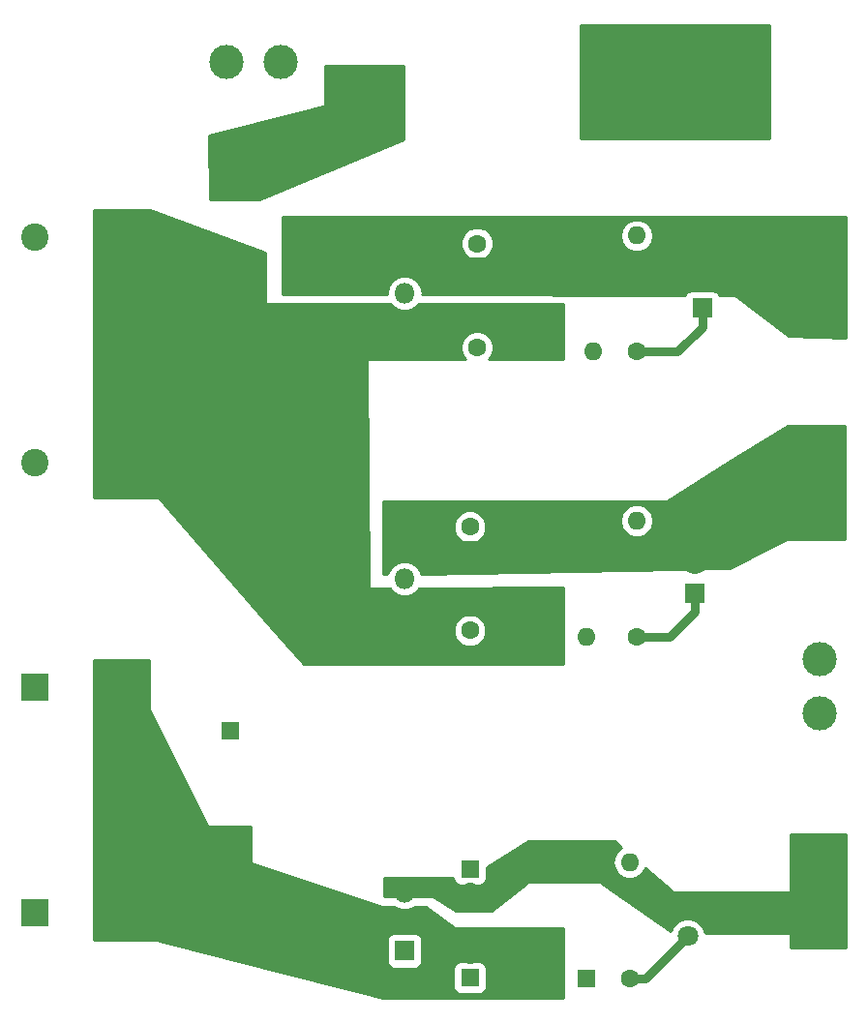
<source format=gbr>
G04 #@! TF.GenerationSoftware,KiCad,Pcbnew,(5.0.0)*
G04 #@! TF.CreationDate,2019-01-08T14:26:09-08:00*
G04 #@! TF.ProjectId,psu_board,7073755F626F6172642E6B696361645F,rev?*
G04 #@! TF.SameCoordinates,Original*
G04 #@! TF.FileFunction,Copper,L1,Top,Signal*
G04 #@! TF.FilePolarity,Positive*
%FSLAX46Y46*%
G04 Gerber Fmt 4.6, Leading zero omitted, Abs format (unit mm)*
G04 Created by KiCad (PCBNEW (5.0.0)) date 01/08/19 14:26:09*
%MOMM*%
%LPD*%
G01*
G04 APERTURE LIST*
G04 #@! TA.AperFunction,ComponentPad*
%ADD10C,2.400000*%
G04 #@! TD*
G04 #@! TA.AperFunction,ComponentPad*
%ADD11R,2.400000X2.400000*%
G04 #@! TD*
G04 #@! TA.AperFunction,ComponentPad*
%ADD12C,1.600000*%
G04 #@! TD*
G04 #@! TA.AperFunction,ComponentPad*
%ADD13R,1.600000X1.600000*%
G04 #@! TD*
G04 #@! TA.AperFunction,ComponentPad*
%ADD14O,1.600000X1.600000*%
G04 #@! TD*
G04 #@! TA.AperFunction,ComponentPad*
%ADD15C,1.800000*%
G04 #@! TD*
G04 #@! TA.AperFunction,ComponentPad*
%ADD16R,1.800000X1.800000*%
G04 #@! TD*
G04 #@! TA.AperFunction,ComponentPad*
%ADD17O,1.800000X1.800000*%
G04 #@! TD*
G04 #@! TA.AperFunction,ComponentPad*
%ADD18O,4.000000X2.500000*%
G04 #@! TD*
G04 #@! TA.AperFunction,ComponentPad*
%ADD19C,3.000000*%
G04 #@! TD*
G04 #@! TA.AperFunction,Conductor*
%ADD20C,0.750000*%
G04 #@! TD*
G04 #@! TA.AperFunction,Conductor*
%ADD21C,0.254000*%
G04 #@! TD*
G04 APERTURE END LIST*
D10*
G04 #@! TO.P,C2,2*
G04 #@! TO.N,GND*
X107315000Y-90170000D03*
D11*
G04 #@! TO.P,C2,1*
G04 #@! TO.N,Net-(C1-Pad1)*
X114815000Y-90170000D03*
G04 #@! TD*
G04 #@! TO.P,C7,1*
G04 #@! TO.N,GND*
X107315000Y-109855000D03*
D10*
G04 #@! TO.P,C7,2*
G04 #@! TO.N,Net-(C7-Pad2)*
X114815000Y-109855000D03*
G04 #@! TD*
G04 #@! TO.P,C8,2*
G04 #@! TO.N,Net-(C7-Pad2)*
X114815000Y-129540000D03*
D11*
G04 #@! TO.P,C8,1*
G04 #@! TO.N,GND*
X107315000Y-129540000D03*
G04 #@! TD*
D12*
G04 #@! TO.P,C6,2*
G04 #@! TO.N,GND*
X146050000Y-71025000D03*
D13*
G04 #@! TO.P,C6,1*
G04 #@! TO.N,+5V*
X146050000Y-73025000D03*
G04 #@! TD*
G04 #@! TO.P,C9,1*
G04 #@! TO.N,GND*
X145415000Y-135255000D03*
D12*
G04 #@! TO.P,C9,2*
G04 #@! TO.N,Net-(C7-Pad2)*
X145415000Y-133255000D03*
G04 #@! TD*
G04 #@! TO.P,C10,2*
G04 #@! TO.N,-12V*
X145415000Y-127730000D03*
D13*
G04 #@! TO.P,C10,1*
G04 #@! TO.N,GND*
X145415000Y-125730000D03*
G04 #@! TD*
D10*
G04 #@! TO.P,C1,2*
G04 #@! TO.N,GND*
X107315000Y-70485000D03*
D11*
G04 #@! TO.P,C1,1*
G04 #@! TO.N,Net-(C1-Pad1)*
X114815000Y-70485000D03*
G04 #@! TD*
D12*
G04 #@! TO.P,C3,2*
G04 #@! TO.N,GND*
X145415000Y-104870000D03*
D13*
G04 #@! TO.P,C3,1*
G04 #@! TO.N,Net-(C1-Pad1)*
X145415000Y-102870000D03*
G04 #@! TD*
G04 #@! TO.P,C4,1*
G04 #@! TO.N,+12V*
X145415000Y-97790000D03*
D12*
G04 #@! TO.P,C4,2*
G04 #@! TO.N,GND*
X145415000Y-95790000D03*
G04 #@! TD*
G04 #@! TO.P,C5,2*
G04 #@! TO.N,GND*
X146050000Y-80105000D03*
D13*
G04 #@! TO.P,C5,1*
G04 #@! TO.N,Net-(C1-Pad1)*
X146050000Y-78105000D03*
G04 #@! TD*
G04 #@! TO.P,D11,1*
G04 #@! TO.N,GND*
X155575000Y-135295000D03*
D14*
G04 #@! TO.P,D11,2*
G04 #@! TO.N,-12V*
X155575000Y-125135000D03*
G04 #@! TD*
G04 #@! TO.P,D5,2*
G04 #@! TO.N,+5V*
X151765000Y-70332500D03*
D13*
G04 #@! TO.P,D5,1*
G04 #@! TO.N,Net-(C1-Pad1)*
X151765000Y-80492500D03*
G04 #@! TD*
G04 #@! TO.P,D8,1*
G04 #@! TO.N,-12V*
X151765000Y-125095000D03*
D14*
G04 #@! TO.P,D8,2*
G04 #@! TO.N,Net-(C7-Pad2)*
X151765000Y-135255000D03*
G04 #@! TD*
G04 #@! TO.P,D9,2*
G04 #@! TO.N,Net-(C7-Pad2)*
X124460000Y-123825000D03*
D13*
G04 #@! TO.P,D9,1*
G04 #@! TO.N,Net-(D2-Pad2)*
X124460000Y-113665000D03*
G04 #@! TD*
G04 #@! TO.P,D2,1*
G04 #@! TO.N,Net-(C1-Pad1)*
X124460000Y-73025000D03*
D14*
G04 #@! TO.P,D2,2*
G04 #@! TO.N,Net-(D2-Pad2)*
X124460000Y-62865000D03*
G04 #@! TD*
G04 #@! TO.P,D1,2*
G04 #@! TO.N,+12V*
X151130000Y-95270000D03*
D13*
G04 #@! TO.P,D1,1*
G04 #@! TO.N,Net-(C1-Pad1)*
X151130000Y-105430000D03*
G04 #@! TD*
G04 #@! TO.P,D4,1*
G04 #@! TO.N,+12V*
X155575000Y-95230000D03*
D14*
G04 #@! TO.P,D4,2*
G04 #@! TO.N,GND*
X155575000Y-105390000D03*
G04 #@! TD*
G04 #@! TO.P,D7,2*
G04 #@! TO.N,GND*
X156210000Y-80452500D03*
D13*
G04 #@! TO.P,D7,1*
G04 #@! TO.N,+5V*
X156210000Y-70292500D03*
G04 #@! TD*
D15*
G04 #@! TO.P,D3,2*
G04 #@! TO.N,+12V*
X165100000Y-99065000D03*
D16*
G04 #@! TO.P,D3,1*
G04 #@! TO.N,Net-(D3-Pad1)*
X165100000Y-101605000D03*
G04 #@! TD*
G04 #@! TO.P,D10,1*
G04 #@! TO.N,-12V*
X164465000Y-129072500D03*
D15*
G04 #@! TO.P,D10,2*
G04 #@! TO.N,Net-(D10-Pad2)*
X164465000Y-131612500D03*
G04 #@! TD*
G04 #@! TO.P,D6,2*
G04 #@! TO.N,+5V*
X165735000Y-74127500D03*
D16*
G04 #@! TO.P,D6,1*
G04 #@! TO.N,Net-(D6-Pad1)*
X165735000Y-76667500D03*
G04 #@! TD*
D14*
G04 #@! TO.P,R1,2*
G04 #@! TO.N,GND*
X160020000Y-95270000D03*
D12*
G04 #@! TO.P,R1,1*
G04 #@! TO.N,Net-(D3-Pad1)*
X160020000Y-105430000D03*
G04 #@! TD*
G04 #@! TO.P,R2,1*
G04 #@! TO.N,Net-(D6-Pad1)*
X160020000Y-80492500D03*
D14*
G04 #@! TO.P,R2,2*
G04 #@! TO.N,GND*
X160020000Y-70332500D03*
G04 #@! TD*
G04 #@! TO.P,R3,2*
G04 #@! TO.N,GND*
X159385000Y-125135000D03*
D12*
G04 #@! TO.P,R3,1*
G04 #@! TO.N,Net-(D10-Pad2)*
X159385000Y-135295000D03*
G04 #@! TD*
D17*
G04 #@! TO.P,U2,3*
G04 #@! TO.N,+5V*
X139700000Y-72852500D03*
G04 #@! TO.P,U2,2*
G04 #@! TO.N,GND*
X139700000Y-75392500D03*
D16*
G04 #@! TO.P,U2,1*
G04 #@! TO.N,Net-(C1-Pad1)*
X139700000Y-77932500D03*
G04 #@! TD*
G04 #@! TO.P,U3,1*
G04 #@! TO.N,GND*
X139700000Y-132887500D03*
D17*
G04 #@! TO.P,U3,2*
G04 #@! TO.N,Net-(C7-Pad2)*
X139700000Y-130347500D03*
G04 #@! TO.P,U3,3*
G04 #@! TO.N,-12V*
X139700000Y-127807500D03*
G04 #@! TD*
G04 #@! TO.P,U1,3*
G04 #@! TO.N,+12V*
X139700000Y-97790000D03*
G04 #@! TO.P,U1,2*
G04 #@! TO.N,GND*
X139700000Y-100330000D03*
D16*
G04 #@! TO.P,U1,1*
G04 #@! TO.N,Net-(C1-Pad1)*
X139700000Y-102870000D03*
G04 #@! TD*
D18*
G04 #@! TO.P,F1,2*
G04 #@! TO.N,+12VA*
X158144000Y-58420000D03*
G04 #@! TO.P,F1,1*
G04 #@! TO.N,Net-(D2-Pad2)*
X136144000Y-58420000D03*
G04 #@! TD*
D19*
G04 #@! TO.P,J1,2*
G04 #@! TO.N,+12VA*
X169004000Y-55118000D03*
G04 #@! TO.P,J1,1*
X164244000Y-55118000D03*
G04 #@! TD*
G04 #@! TO.P,J2,2*
G04 #@! TO.N,+5V*
X176022000Y-71788000D03*
G04 #@! TO.P,J2,1*
X176022000Y-76548000D03*
G04 #@! TD*
G04 #@! TO.P,J3,1*
G04 #@! TO.N,+12V*
X176022000Y-94328000D03*
G04 #@! TO.P,J3,2*
X176022000Y-89568000D03*
G04 #@! TD*
G04 #@! TO.P,J4,2*
G04 #@! TO.N,GND*
X176022000Y-107348000D03*
G04 #@! TO.P,J4,1*
X176022000Y-112108000D03*
G04 #@! TD*
G04 #@! TO.P,J5,1*
G04 #@! TO.N,-12V*
X176022000Y-129888000D03*
G04 #@! TO.P,J5,2*
X176022000Y-125128000D03*
G04 #@! TD*
G04 #@! TO.P,J6,1*
G04 #@! TO.N,GND*
X124112000Y-55118000D03*
G04 #@! TO.P,J6,2*
X128872000Y-55118000D03*
G04 #@! TD*
D20*
G04 #@! TO.N,Net-(D10-Pad2)*
X159385000Y-135295000D02*
X160782500Y-135295000D01*
X160782500Y-135295000D02*
X164465000Y-131612500D01*
G04 #@! TO.N,Net-(D6-Pad1)*
X160020000Y-80492500D02*
X163560000Y-80492500D01*
X165735000Y-78317500D02*
X165735000Y-76667500D01*
X163560000Y-80492500D02*
X165735000Y-78317500D01*
G04 #@! TO.N,Net-(D3-Pad1)*
X160020000Y-105430000D02*
X162925000Y-105430000D01*
X165100000Y-103255000D02*
X165100000Y-101605000D01*
X162925000Y-105430000D02*
X165100000Y-103255000D01*
G04 #@! TD*
D21*
G04 #@! TO.N,Net-(C7-Pad2)*
G36*
X117348000Y-111760000D02*
X117361408Y-111816796D01*
X122441408Y-121976796D01*
X122471789Y-122015943D01*
X122514839Y-122040483D01*
X122555000Y-122047000D01*
X126238000Y-122047000D01*
X126238000Y-125095000D01*
X126247667Y-125143601D01*
X126275197Y-125184803D01*
X126324839Y-125215483D01*
X137754839Y-129025483D01*
X137795000Y-129032000D01*
X138769668Y-129032000D01*
X139101073Y-129253438D01*
X139548818Y-129342500D01*
X139851182Y-129342500D01*
X140298927Y-129253438D01*
X140630332Y-129032000D01*
X141562667Y-129032000D01*
X144068800Y-130911600D01*
X144113481Y-130933027D01*
X144145000Y-130937000D01*
X153543000Y-130937000D01*
X153543000Y-137033000D01*
X137811123Y-137033000D01*
X127821374Y-134455000D01*
X143967560Y-134455000D01*
X143967560Y-136055000D01*
X144016843Y-136302765D01*
X144157191Y-136512809D01*
X144367235Y-136653157D01*
X144615000Y-136702440D01*
X146215000Y-136702440D01*
X146462765Y-136653157D01*
X146672809Y-136512809D01*
X146813157Y-136302765D01*
X146862440Y-136055000D01*
X146862440Y-134455000D01*
X146813157Y-134207235D01*
X146672809Y-133997191D01*
X146462765Y-133856843D01*
X146215000Y-133807560D01*
X144615000Y-133807560D01*
X144367235Y-133856843D01*
X144157191Y-133997191D01*
X144016843Y-134207235D01*
X143967560Y-134455000D01*
X127821374Y-134455000D01*
X118259811Y-131987500D01*
X138152560Y-131987500D01*
X138152560Y-133787500D01*
X138201843Y-134035265D01*
X138342191Y-134245309D01*
X138552235Y-134385657D01*
X138800000Y-134434940D01*
X140600000Y-134434940D01*
X140847765Y-134385657D01*
X141057809Y-134245309D01*
X141198157Y-134035265D01*
X141247440Y-133787500D01*
X141247440Y-131987500D01*
X141198157Y-131739735D01*
X141057809Y-131529691D01*
X140847765Y-131389343D01*
X140600000Y-131340060D01*
X138800000Y-131340060D01*
X138552235Y-131389343D01*
X138342191Y-131529691D01*
X138201843Y-131739735D01*
X138152560Y-131987500D01*
X118259811Y-131987500D01*
X118141735Y-131957029D01*
X118110000Y-131953000D01*
X112522000Y-131953000D01*
X112522000Y-107442000D01*
X117348000Y-107442000D01*
X117348000Y-111760000D01*
X117348000Y-111760000D01*
G37*
X117348000Y-111760000D02*
X117361408Y-111816796D01*
X122441408Y-121976796D01*
X122471789Y-122015943D01*
X122514839Y-122040483D01*
X122555000Y-122047000D01*
X126238000Y-122047000D01*
X126238000Y-125095000D01*
X126247667Y-125143601D01*
X126275197Y-125184803D01*
X126324839Y-125215483D01*
X137754839Y-129025483D01*
X137795000Y-129032000D01*
X138769668Y-129032000D01*
X139101073Y-129253438D01*
X139548818Y-129342500D01*
X139851182Y-129342500D01*
X140298927Y-129253438D01*
X140630332Y-129032000D01*
X141562667Y-129032000D01*
X144068800Y-130911600D01*
X144113481Y-130933027D01*
X144145000Y-130937000D01*
X153543000Y-130937000D01*
X153543000Y-137033000D01*
X137811123Y-137033000D01*
X127821374Y-134455000D01*
X143967560Y-134455000D01*
X143967560Y-136055000D01*
X144016843Y-136302765D01*
X144157191Y-136512809D01*
X144367235Y-136653157D01*
X144615000Y-136702440D01*
X146215000Y-136702440D01*
X146462765Y-136653157D01*
X146672809Y-136512809D01*
X146813157Y-136302765D01*
X146862440Y-136055000D01*
X146862440Y-134455000D01*
X146813157Y-134207235D01*
X146672809Y-133997191D01*
X146462765Y-133856843D01*
X146215000Y-133807560D01*
X144615000Y-133807560D01*
X144367235Y-133856843D01*
X144157191Y-133997191D01*
X144016843Y-134207235D01*
X143967560Y-134455000D01*
X127821374Y-134455000D01*
X118259811Y-131987500D01*
X138152560Y-131987500D01*
X138152560Y-133787500D01*
X138201843Y-134035265D01*
X138342191Y-134245309D01*
X138552235Y-134385657D01*
X138800000Y-134434940D01*
X140600000Y-134434940D01*
X140847765Y-134385657D01*
X141057809Y-134245309D01*
X141198157Y-134035265D01*
X141247440Y-133787500D01*
X141247440Y-131987500D01*
X141198157Y-131739735D01*
X141057809Y-131529691D01*
X140847765Y-131389343D01*
X140600000Y-131340060D01*
X138800000Y-131340060D01*
X138552235Y-131389343D01*
X138342191Y-131529691D01*
X138201843Y-131739735D01*
X138152560Y-131987500D01*
X118259811Y-131987500D01*
X118141735Y-131957029D01*
X118110000Y-131953000D01*
X112522000Y-131953000D01*
X112522000Y-107442000D01*
X117348000Y-107442000D01*
X117348000Y-111760000D01*
G04 #@! TO.N,-12V*
G36*
X178308000Y-132588000D02*
X173482000Y-132588000D01*
X173482000Y-131445000D01*
X173472333Y-131396399D01*
X173444803Y-131355197D01*
X173403601Y-131327667D01*
X173355000Y-131318000D01*
X166000000Y-131318000D01*
X166000000Y-131307170D01*
X165766310Y-130742993D01*
X165334507Y-130311190D01*
X164770330Y-130077500D01*
X164159670Y-130077500D01*
X163595493Y-130311190D01*
X163163690Y-130742993D01*
X162995086Y-131150037D01*
X156917830Y-126895958D01*
X156872471Y-126876007D01*
X156845000Y-126873000D01*
X150495000Y-126873000D01*
X150446399Y-126882667D01*
X150415664Y-126900830D01*
X147275452Y-129413000D01*
X144183452Y-129413000D01*
X142310447Y-128164330D01*
X142240000Y-128143000D01*
X137922000Y-128143000D01*
X137922000Y-126492000D01*
X143967560Y-126492000D01*
X143967560Y-126530000D01*
X144016843Y-126777765D01*
X144157191Y-126987809D01*
X144367235Y-127128157D01*
X144615000Y-127177440D01*
X146215000Y-127177440D01*
X146462765Y-127128157D01*
X146672809Y-126987809D01*
X146813157Y-126777765D01*
X146862440Y-126530000D01*
X146862440Y-125610115D01*
X150531424Y-123317000D01*
X158067282Y-123317000D01*
X158697547Y-123868482D01*
X158350423Y-124100423D01*
X158033260Y-124575091D01*
X157921887Y-125135000D01*
X158033260Y-125694909D01*
X158350423Y-126169577D01*
X158825091Y-126486740D01*
X159243667Y-126570000D01*
X159526333Y-126570000D01*
X159944909Y-126486740D01*
X160419577Y-126169577D01*
X160736740Y-125694909D01*
X160743878Y-125659022D01*
X163111370Y-127730577D01*
X163154312Y-127755306D01*
X163195000Y-127762000D01*
X173355000Y-127762000D01*
X173403601Y-127752333D01*
X173444803Y-127724803D01*
X173472333Y-127683601D01*
X173482000Y-127635000D01*
X173482000Y-122682000D01*
X178308000Y-122682000D01*
X178308000Y-132588000D01*
X178308000Y-132588000D01*
G37*
X178308000Y-132588000D02*
X173482000Y-132588000D01*
X173482000Y-131445000D01*
X173472333Y-131396399D01*
X173444803Y-131355197D01*
X173403601Y-131327667D01*
X173355000Y-131318000D01*
X166000000Y-131318000D01*
X166000000Y-131307170D01*
X165766310Y-130742993D01*
X165334507Y-130311190D01*
X164770330Y-130077500D01*
X164159670Y-130077500D01*
X163595493Y-130311190D01*
X163163690Y-130742993D01*
X162995086Y-131150037D01*
X156917830Y-126895958D01*
X156872471Y-126876007D01*
X156845000Y-126873000D01*
X150495000Y-126873000D01*
X150446399Y-126882667D01*
X150415664Y-126900830D01*
X147275452Y-129413000D01*
X144183452Y-129413000D01*
X142310447Y-128164330D01*
X142240000Y-128143000D01*
X137922000Y-128143000D01*
X137922000Y-126492000D01*
X143967560Y-126492000D01*
X143967560Y-126530000D01*
X144016843Y-126777765D01*
X144157191Y-126987809D01*
X144367235Y-127128157D01*
X144615000Y-127177440D01*
X146215000Y-127177440D01*
X146462765Y-127128157D01*
X146672809Y-126987809D01*
X146813157Y-126777765D01*
X146862440Y-126530000D01*
X146862440Y-125610115D01*
X150531424Y-123317000D01*
X158067282Y-123317000D01*
X158697547Y-123868482D01*
X158350423Y-124100423D01*
X158033260Y-124575091D01*
X157921887Y-125135000D01*
X158033260Y-125694909D01*
X158350423Y-126169577D01*
X158825091Y-126486740D01*
X159243667Y-126570000D01*
X159526333Y-126570000D01*
X159944909Y-126486740D01*
X160419577Y-126169577D01*
X160736740Y-125694909D01*
X160743878Y-125659022D01*
X163111370Y-127730577D01*
X163154312Y-127755306D01*
X163195000Y-127762000D01*
X173355000Y-127762000D01*
X173403601Y-127752333D01*
X173444803Y-127724803D01*
X173472333Y-127683601D01*
X173482000Y-127635000D01*
X173482000Y-122682000D01*
X178308000Y-122682000D01*
X178308000Y-132588000D01*
G04 #@! TO.N,+12V*
G36*
X178181000Y-96901000D02*
X173228000Y-96901000D01*
X173171204Y-96914408D01*
X168117022Y-99441499D01*
X141177648Y-99890489D01*
X141145938Y-99731073D01*
X140806673Y-99223327D01*
X140298927Y-98884062D01*
X139851182Y-98795000D01*
X139548818Y-98795000D01*
X139101073Y-98884062D01*
X138593327Y-99223327D01*
X138254062Y-99731073D01*
X138212522Y-99939907D01*
X137795000Y-99946866D01*
X137795000Y-95504561D01*
X143980000Y-95504561D01*
X143980000Y-96075439D01*
X144198466Y-96602862D01*
X144602138Y-97006534D01*
X145129561Y-97225000D01*
X145700439Y-97225000D01*
X146227862Y-97006534D01*
X146631534Y-96602862D01*
X146850000Y-96075439D01*
X146850000Y-95504561D01*
X146752842Y-95270000D01*
X158556887Y-95270000D01*
X158668260Y-95829909D01*
X158985423Y-96304577D01*
X159460091Y-96621740D01*
X159878667Y-96705000D01*
X160161333Y-96705000D01*
X160579909Y-96621740D01*
X161054577Y-96304577D01*
X161371740Y-95829909D01*
X161483113Y-95270000D01*
X161371740Y-94710091D01*
X161054577Y-94235423D01*
X160579909Y-93918260D01*
X160161333Y-93835000D01*
X159878667Y-93835000D01*
X159460091Y-93918260D01*
X158985423Y-94235423D01*
X158668260Y-94710091D01*
X158556887Y-95270000D01*
X146752842Y-95270000D01*
X146631534Y-94977138D01*
X146227862Y-94573466D01*
X145700439Y-94355000D01*
X145129561Y-94355000D01*
X144602138Y-94573466D01*
X144198466Y-94977138D01*
X143980000Y-95504561D01*
X137795000Y-95504561D01*
X137795000Y-93599000D01*
X162560000Y-93599000D01*
X162628183Y-93579145D01*
X168214758Y-90024052D01*
X173263178Y-86995000D01*
X178181000Y-86995000D01*
X178181000Y-96901000D01*
X178181000Y-96901000D01*
G37*
X178181000Y-96901000D02*
X173228000Y-96901000D01*
X173171204Y-96914408D01*
X168117022Y-99441499D01*
X141177648Y-99890489D01*
X141145938Y-99731073D01*
X140806673Y-99223327D01*
X140298927Y-98884062D01*
X139851182Y-98795000D01*
X139548818Y-98795000D01*
X139101073Y-98884062D01*
X138593327Y-99223327D01*
X138254062Y-99731073D01*
X138212522Y-99939907D01*
X137795000Y-99946866D01*
X137795000Y-95504561D01*
X143980000Y-95504561D01*
X143980000Y-96075439D01*
X144198466Y-96602862D01*
X144602138Y-97006534D01*
X145129561Y-97225000D01*
X145700439Y-97225000D01*
X146227862Y-97006534D01*
X146631534Y-96602862D01*
X146850000Y-96075439D01*
X146850000Y-95504561D01*
X146752842Y-95270000D01*
X158556887Y-95270000D01*
X158668260Y-95829909D01*
X158985423Y-96304577D01*
X159460091Y-96621740D01*
X159878667Y-96705000D01*
X160161333Y-96705000D01*
X160579909Y-96621740D01*
X161054577Y-96304577D01*
X161371740Y-95829909D01*
X161483113Y-95270000D01*
X161371740Y-94710091D01*
X161054577Y-94235423D01*
X160579909Y-93918260D01*
X160161333Y-93835000D01*
X159878667Y-93835000D01*
X159460091Y-93918260D01*
X158985423Y-94235423D01*
X158668260Y-94710091D01*
X158556887Y-95270000D01*
X146752842Y-95270000D01*
X146631534Y-94977138D01*
X146227862Y-94573466D01*
X145700439Y-94355000D01*
X145129561Y-94355000D01*
X144602138Y-94573466D01*
X144198466Y-94977138D01*
X143980000Y-95504561D01*
X137795000Y-95504561D01*
X137795000Y-93599000D01*
X162560000Y-93599000D01*
X162628183Y-93579145D01*
X168214758Y-90024052D01*
X173263178Y-86995000D01*
X178181000Y-86995000D01*
X178181000Y-96901000D01*
G04 #@! TO.N,+5V*
G36*
X178308000Y-79244865D02*
X173272935Y-79122058D01*
X168733970Y-75591752D01*
X168689672Y-75569545D01*
X168656406Y-75565001D01*
X167241262Y-75560480D01*
X167233157Y-75519735D01*
X167092809Y-75309691D01*
X166882765Y-75169343D01*
X166635000Y-75120060D01*
X164835000Y-75120060D01*
X164587235Y-75169343D01*
X164377191Y-75309691D01*
X164236843Y-75519735D01*
X164230652Y-75550861D01*
X141248177Y-75477434D01*
X141265072Y-75392500D01*
X141145938Y-74793573D01*
X140806673Y-74285827D01*
X140298927Y-73946562D01*
X139851182Y-73857500D01*
X139548818Y-73857500D01*
X139101073Y-73946562D01*
X138593327Y-74285827D01*
X138254062Y-74793573D01*
X138134928Y-75392500D01*
X138149854Y-75467536D01*
X129032000Y-75438405D01*
X129032000Y-70739561D01*
X144615000Y-70739561D01*
X144615000Y-71310439D01*
X144833466Y-71837862D01*
X145237138Y-72241534D01*
X145764561Y-72460000D01*
X146335439Y-72460000D01*
X146862862Y-72241534D01*
X147266534Y-71837862D01*
X147485000Y-71310439D01*
X147485000Y-70739561D01*
X147316390Y-70332500D01*
X158556887Y-70332500D01*
X158668260Y-70892409D01*
X158985423Y-71367077D01*
X159460091Y-71684240D01*
X159878667Y-71767500D01*
X160161333Y-71767500D01*
X160579909Y-71684240D01*
X161054577Y-71367077D01*
X161371740Y-70892409D01*
X161483113Y-70332500D01*
X161371740Y-69772591D01*
X161054577Y-69297923D01*
X160579909Y-68980760D01*
X160161333Y-68897500D01*
X159878667Y-68897500D01*
X159460091Y-68980760D01*
X158985423Y-69297923D01*
X158668260Y-69772591D01*
X158556887Y-70332500D01*
X147316390Y-70332500D01*
X147266534Y-70212138D01*
X146862862Y-69808466D01*
X146335439Y-69590000D01*
X145764561Y-69590000D01*
X145237138Y-69808466D01*
X144833466Y-70212138D01*
X144615000Y-70739561D01*
X129032000Y-70739561D01*
X129032000Y-68707000D01*
X178308000Y-68707000D01*
X178308000Y-79244865D01*
X178308000Y-79244865D01*
G37*
X178308000Y-79244865D02*
X173272935Y-79122058D01*
X168733970Y-75591752D01*
X168689672Y-75569545D01*
X168656406Y-75565001D01*
X167241262Y-75560480D01*
X167233157Y-75519735D01*
X167092809Y-75309691D01*
X166882765Y-75169343D01*
X166635000Y-75120060D01*
X164835000Y-75120060D01*
X164587235Y-75169343D01*
X164377191Y-75309691D01*
X164236843Y-75519735D01*
X164230652Y-75550861D01*
X141248177Y-75477434D01*
X141265072Y-75392500D01*
X141145938Y-74793573D01*
X140806673Y-74285827D01*
X140298927Y-73946562D01*
X139851182Y-73857500D01*
X139548818Y-73857500D01*
X139101073Y-73946562D01*
X138593327Y-74285827D01*
X138254062Y-74793573D01*
X138134928Y-75392500D01*
X138149854Y-75467536D01*
X129032000Y-75438405D01*
X129032000Y-70739561D01*
X144615000Y-70739561D01*
X144615000Y-71310439D01*
X144833466Y-71837862D01*
X145237138Y-72241534D01*
X145764561Y-72460000D01*
X146335439Y-72460000D01*
X146862862Y-72241534D01*
X147266534Y-71837862D01*
X147485000Y-71310439D01*
X147485000Y-70739561D01*
X147316390Y-70332500D01*
X158556887Y-70332500D01*
X158668260Y-70892409D01*
X158985423Y-71367077D01*
X159460091Y-71684240D01*
X159878667Y-71767500D01*
X160161333Y-71767500D01*
X160579909Y-71684240D01*
X161054577Y-71367077D01*
X161371740Y-70892409D01*
X161483113Y-70332500D01*
X161371740Y-69772591D01*
X161054577Y-69297923D01*
X160579909Y-68980760D01*
X160161333Y-68897500D01*
X159878667Y-68897500D01*
X159460091Y-68980760D01*
X158985423Y-69297923D01*
X158668260Y-69772591D01*
X158556887Y-70332500D01*
X147316390Y-70332500D01*
X147266534Y-70212138D01*
X146862862Y-69808466D01*
X146335439Y-69590000D01*
X145764561Y-69590000D01*
X145237138Y-69808466D01*
X144833466Y-70212138D01*
X144615000Y-70739561D01*
X129032000Y-70739561D01*
X129032000Y-68707000D01*
X178308000Y-68707000D01*
X178308000Y-79244865D01*
G04 #@! TO.N,Net-(C1-Pad1)*
G36*
X127508000Y-71843011D02*
X127508000Y-76200000D01*
X127517667Y-76248601D01*
X127545197Y-76289803D01*
X127586399Y-76317333D01*
X127635000Y-76327000D01*
X138478285Y-76327000D01*
X138593327Y-76499173D01*
X139101073Y-76838438D01*
X139548818Y-76927500D01*
X139851182Y-76927500D01*
X140298927Y-76838438D01*
X140806673Y-76499173D01*
X140921715Y-76327000D01*
X153543000Y-76327000D01*
X153543000Y-81153000D01*
X147031396Y-81153000D01*
X147266534Y-80917862D01*
X147485000Y-80390439D01*
X147485000Y-79819561D01*
X147266534Y-79292138D01*
X146862862Y-78888466D01*
X146335439Y-78670000D01*
X145764561Y-78670000D01*
X145237138Y-78888466D01*
X144833466Y-79292138D01*
X144615000Y-79819561D01*
X144615000Y-80390439D01*
X144833466Y-80917862D01*
X145068604Y-81153000D01*
X136525000Y-81153000D01*
X136476399Y-81162667D01*
X136435197Y-81190197D01*
X136407667Y-81231399D01*
X136398003Y-81280814D01*
X136525003Y-101092814D01*
X136534981Y-101141352D01*
X136562775Y-101182376D01*
X136604152Y-101209642D01*
X136652948Y-101218996D01*
X138438974Y-101205667D01*
X138593327Y-101436673D01*
X139101073Y-101775938D01*
X139548818Y-101865000D01*
X139851182Y-101865000D01*
X140298927Y-101775938D01*
X140806673Y-101436673D01*
X140973665Y-101186752D01*
X153543000Y-101092951D01*
X153543000Y-107823000D01*
X130867865Y-107823000D01*
X128051832Y-104584561D01*
X143980000Y-104584561D01*
X143980000Y-105155439D01*
X144198466Y-105682862D01*
X144602138Y-106086534D01*
X145129561Y-106305000D01*
X145700439Y-106305000D01*
X146227862Y-106086534D01*
X146631534Y-105682862D01*
X146850000Y-105155439D01*
X146850000Y-104584561D01*
X146631534Y-104057138D01*
X146227862Y-103653466D01*
X145700439Y-103435000D01*
X145129561Y-103435000D01*
X144602138Y-103653466D01*
X144198466Y-104057138D01*
X143980000Y-104584561D01*
X128051832Y-104584561D01*
X118205835Y-93261665D01*
X118166649Y-93231334D01*
X118110000Y-93218000D01*
X112522000Y-93218000D01*
X112522000Y-68072000D01*
X117451970Y-68072000D01*
X127508000Y-71843011D01*
X127508000Y-71843011D01*
G37*
X127508000Y-71843011D02*
X127508000Y-76200000D01*
X127517667Y-76248601D01*
X127545197Y-76289803D01*
X127586399Y-76317333D01*
X127635000Y-76327000D01*
X138478285Y-76327000D01*
X138593327Y-76499173D01*
X139101073Y-76838438D01*
X139548818Y-76927500D01*
X139851182Y-76927500D01*
X140298927Y-76838438D01*
X140806673Y-76499173D01*
X140921715Y-76327000D01*
X153543000Y-76327000D01*
X153543000Y-81153000D01*
X147031396Y-81153000D01*
X147266534Y-80917862D01*
X147485000Y-80390439D01*
X147485000Y-79819561D01*
X147266534Y-79292138D01*
X146862862Y-78888466D01*
X146335439Y-78670000D01*
X145764561Y-78670000D01*
X145237138Y-78888466D01*
X144833466Y-79292138D01*
X144615000Y-79819561D01*
X144615000Y-80390439D01*
X144833466Y-80917862D01*
X145068604Y-81153000D01*
X136525000Y-81153000D01*
X136476399Y-81162667D01*
X136435197Y-81190197D01*
X136407667Y-81231399D01*
X136398003Y-81280814D01*
X136525003Y-101092814D01*
X136534981Y-101141352D01*
X136562775Y-101182376D01*
X136604152Y-101209642D01*
X136652948Y-101218996D01*
X138438974Y-101205667D01*
X138593327Y-101436673D01*
X139101073Y-101775938D01*
X139548818Y-101865000D01*
X139851182Y-101865000D01*
X140298927Y-101775938D01*
X140806673Y-101436673D01*
X140973665Y-101186752D01*
X153543000Y-101092951D01*
X153543000Y-107823000D01*
X130867865Y-107823000D01*
X128051832Y-104584561D01*
X143980000Y-104584561D01*
X143980000Y-105155439D01*
X144198466Y-105682862D01*
X144602138Y-106086534D01*
X145129561Y-106305000D01*
X145700439Y-106305000D01*
X146227862Y-106086534D01*
X146631534Y-105682862D01*
X146850000Y-105155439D01*
X146850000Y-104584561D01*
X146631534Y-104057138D01*
X146227862Y-103653466D01*
X145700439Y-103435000D01*
X145129561Y-103435000D01*
X144602138Y-103653466D01*
X144198466Y-104057138D01*
X143980000Y-104584561D01*
X128051832Y-104584561D01*
X118205835Y-93261665D01*
X118166649Y-93231334D01*
X118110000Y-93218000D01*
X112522000Y-93218000D01*
X112522000Y-68072000D01*
X117451970Y-68072000D01*
X127508000Y-71843011D01*
G04 #@! TO.N,Net-(D2-Pad2)*
G36*
X139573000Y-61891593D02*
X126974411Y-67183000D01*
X122679269Y-67183000D01*
X122557174Y-61566615D01*
X132618802Y-59051208D01*
X132663607Y-59030042D01*
X132696902Y-58993341D01*
X132715000Y-58928000D01*
X132715000Y-55499000D01*
X139573000Y-55499000D01*
X139573000Y-61891593D01*
X139573000Y-61891593D01*
G37*
X139573000Y-61891593D02*
X126974411Y-67183000D01*
X122679269Y-67183000D01*
X122557174Y-61566615D01*
X132618802Y-59051208D01*
X132663607Y-59030042D01*
X132696902Y-58993341D01*
X132715000Y-58928000D01*
X132715000Y-55499000D01*
X139573000Y-55499000D01*
X139573000Y-61891593D01*
G04 #@! TO.N,+12VA*
G36*
X171577000Y-61849000D02*
X155067000Y-61849000D01*
X155067000Y-51943000D01*
X171577000Y-51943000D01*
X171577000Y-61849000D01*
X171577000Y-61849000D01*
G37*
X171577000Y-61849000D02*
X155067000Y-61849000D01*
X155067000Y-51943000D01*
X171577000Y-51943000D01*
X171577000Y-61849000D01*
G04 #@! TD*
M02*

</source>
